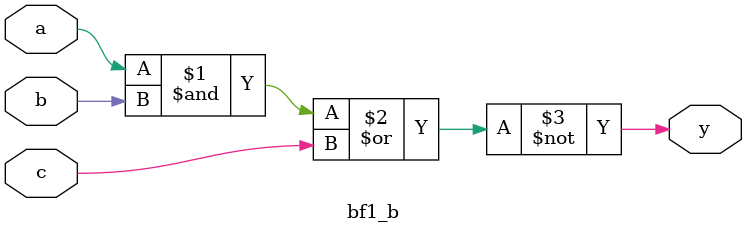
<source format=v>
`timescale 1ns / 1ps

module bf1_b(
input a,b,c,
output y

   );
  
    assign y=~((a&b)|c);
    
endmodule
</source>
